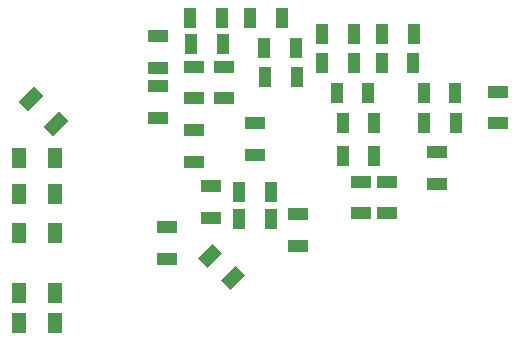
<source format=gbp>
%FSLAX44Y44*%
%MOMM*%
G71*
G01*
G75*
G04 Layer_Color=128*
%ADD10R,1.8000X1.1500*%
%ADD11C,0.7620*%
G04:AMPARAMS|DCode=12|XSize=1.15mm|YSize=1.8mm|CornerRadius=0mm|HoleSize=0mm|Usage=FLASHONLY|Rotation=135.000|XOffset=0mm|YOffset=0mm|HoleType=Round|Shape=Rectangle|*
%AMROTATEDRECTD12*
4,1,4,1.0430,0.2298,-0.2298,-1.0430,-1.0430,-0.2298,0.2298,1.0430,1.0430,0.2298,0.0*
%
%ADD12ROTATEDRECTD12*%

%ADD13R,1.1500X1.8000*%
%ADD14C,0.1500*%
%ADD15C,1.5000*%
%ADD16R,1.5000X1.5000*%
%ADD17R,1.5000X1.5000*%
%ADD18C,1.5240*%
%ADD19C,3.5000*%
%ADD20C,0.6000*%
%ADD21R,1.7000X1.1000*%
%ADD22R,1.1000X1.7000*%
G04:AMPARAMS|DCode=23|XSize=1.7mm|YSize=1.1mm|CornerRadius=0mm|HoleSize=0mm|Usage=FLASHONLY|Rotation=45.000|XOffset=0mm|YOffset=0mm|HoleType=Round|Shape=Rectangle|*
%AMROTATEDRECTD23*
4,1,4,-0.2121,-0.9900,-0.9900,-0.2121,0.2121,0.9900,0.9900,0.2121,-0.2121,-0.9900,0.0*
%
%ADD23ROTATEDRECTD23*%

%ADD24C,0.6000*%
%ADD25C,0.1000*%
%ADD26C,0.2540*%
%ADD27C,0.2000*%
%ADD28C,0.0178*%
%ADD29C,0.2032*%
%ADD30R,2.0000X1.3500*%
%ADD31C,0.9620*%
G04:AMPARAMS|DCode=32|XSize=1.35mm|YSize=2mm|CornerRadius=0mm|HoleSize=0mm|Usage=FLASHONLY|Rotation=135.000|XOffset=0mm|YOffset=0mm|HoleType=Round|Shape=Rectangle|*
%AMROTATEDRECTD32*
4,1,4,1.1844,0.2298,-0.2298,-1.1844,-1.1844,-0.2298,0.2298,1.1844,1.1844,0.2298,0.0*
%
%ADD32ROTATEDRECTD32*%

%ADD33R,1.3500X2.0000*%
%ADD34C,1.7000*%
%ADD35R,1.7000X1.7000*%
%ADD36R,1.7000X1.7000*%
%ADD37C,1.7240*%
%ADD38C,3.7000*%
%ADD39C,0.8000*%
%ADD40R,1.9000X1.3000*%
%ADD41R,1.3000X1.9000*%
G04:AMPARAMS|DCode=42|XSize=1.9mm|YSize=1.3mm|CornerRadius=0mm|HoleSize=0mm|Usage=FLASHONLY|Rotation=45.000|XOffset=0mm|YOffset=0mm|HoleType=Round|Shape=Rectangle|*
%AMROTATEDRECTD42*
4,1,4,-0.2121,-1.1314,-1.1314,-0.2121,0.2121,1.1314,1.1314,0.2121,-0.2121,-1.1314,0.0*
%
%ADD42ROTATEDRECTD42*%

D12*
X595884Y932688D02*
D03*
X617097Y911475D02*
D03*
D13*
X615724Y883158D02*
D03*
X585724D02*
D03*
X585696Y852904D02*
D03*
X615696D02*
D03*
X585724Y768604D02*
D03*
X615724D02*
D03*
X615696Y743204D02*
D03*
X585696D02*
D03*
X615724Y819404D02*
D03*
X585724D02*
D03*
D21*
X703326Y986066D02*
D03*
Y959066D02*
D03*
X991108Y939330D02*
D03*
Y912330D02*
D03*
X939038Y861022D02*
D03*
Y888022D02*
D03*
X897128Y836130D02*
D03*
Y863130D02*
D03*
X875284Y836130D02*
D03*
Y863130D02*
D03*
X821690Y808698D02*
D03*
Y835698D02*
D03*
X710500Y797500D02*
D03*
Y824500D02*
D03*
X785622Y912660D02*
D03*
Y885660D02*
D03*
X703326Y943648D02*
D03*
Y916648D02*
D03*
X734000Y960500D02*
D03*
Y933500D02*
D03*
X759000Y960500D02*
D03*
Y933500D02*
D03*
X748500Y832500D02*
D03*
Y859500D02*
D03*
X734060Y879564D02*
D03*
Y906564D02*
D03*
D22*
X781012Y1001268D02*
D03*
X808012D02*
D03*
X869480Y987806D02*
D03*
X842480D02*
D03*
X919772D02*
D03*
X892772D02*
D03*
X730212Y1001522D02*
D03*
X757212D02*
D03*
X869480Y963676D02*
D03*
X842480D02*
D03*
X793000Y976500D02*
D03*
X820000D02*
D03*
X820712Y951484D02*
D03*
X793712D02*
D03*
X919518Y963676D02*
D03*
X892518D02*
D03*
X955078Y938276D02*
D03*
X928078D02*
D03*
X955332Y912368D02*
D03*
X928332D02*
D03*
X771868Y831342D02*
D03*
X798868D02*
D03*
X772000Y854500D02*
D03*
X799000D02*
D03*
X731000Y979500D02*
D03*
X758000D02*
D03*
X886498Y912876D02*
D03*
X859498D02*
D03*
X881418Y938276D02*
D03*
X854418D02*
D03*
X886500Y885000D02*
D03*
X859500D02*
D03*
D23*
X766466Y781156D02*
D03*
X747374Y800248D02*
D03*
M02*

</source>
